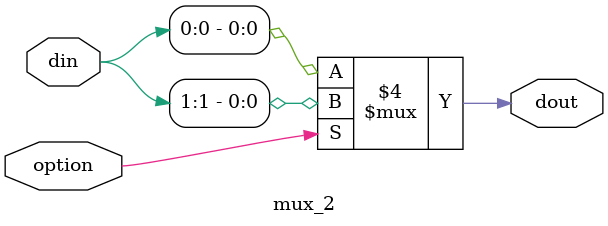
<source format=v>
`timescale 1ns / 1ps
module mux_2(
    din,
	 dout,
	 option
    );
input [1:0] din;
input option;
output dout;
reg dout;

always@(*) begin
    if (option == 1'd0)begin
	     dout <= din[0];
	 end
	 else begin
	     dout <= din[1];
	 end
end

endmodule

</source>
